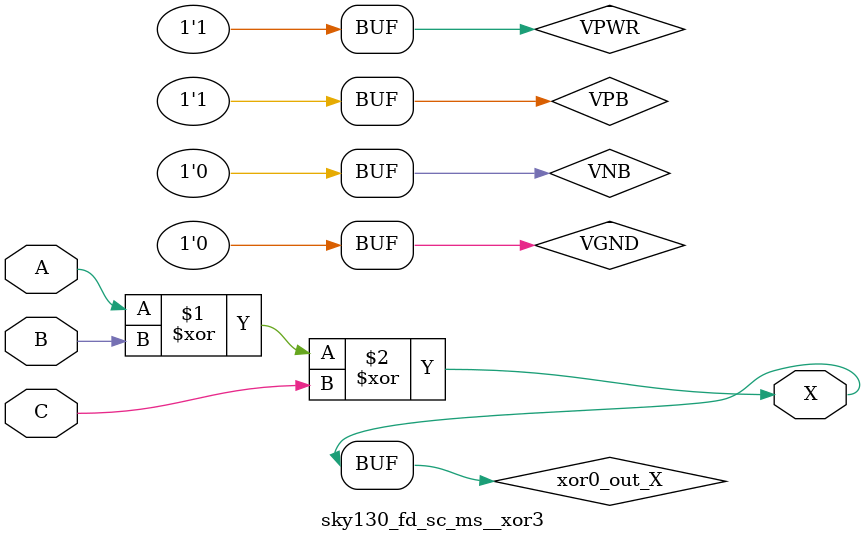
<source format=v>
/*
 * Copyright 2020 The SkyWater PDK Authors
 *
 * Licensed under the Apache License, Version 2.0 (the "License");
 * you may not use this file except in compliance with the License.
 * You may obtain a copy of the License at
 *
 *     https://www.apache.org/licenses/LICENSE-2.0
 *
 * Unless required by applicable law or agreed to in writing, software
 * distributed under the License is distributed on an "AS IS" BASIS,
 * WITHOUT WARRANTIES OR CONDITIONS OF ANY KIND, either express or implied.
 * See the License for the specific language governing permissions and
 * limitations under the License.
 *
 * SPDX-License-Identifier: Apache-2.0
*/


`ifndef SKY130_FD_SC_MS__XOR3_BEHAVIORAL_V
`define SKY130_FD_SC_MS__XOR3_BEHAVIORAL_V

/**
 * xor3: 3-input exclusive OR.
 *
 *       X = A ^ B ^ C
 *
 * Verilog simulation functional model.
 */

`timescale 1ns / 1ps
`default_nettype none

`celldefine
module sky130_fd_sc_ms__xor3 (
    X,
    A,
    B,
    C
);

    // Module ports
    output X;
    input  A;
    input  B;
    input  C;

    // Module supplies
    supply1 VPWR;
    supply0 VGND;
    supply1 VPB ;
    supply0 VNB ;

    // Local signals
    wire xor0_out_X;

    //  Name  Output      Other arguments
    xor xor0 (xor0_out_X, A, B, C        );
    buf buf0 (X         , xor0_out_X     );

endmodule
`endcelldefine

`default_nettype wire
`endif  // SKY130_FD_SC_MS__XOR3_BEHAVIORAL_V
</source>
